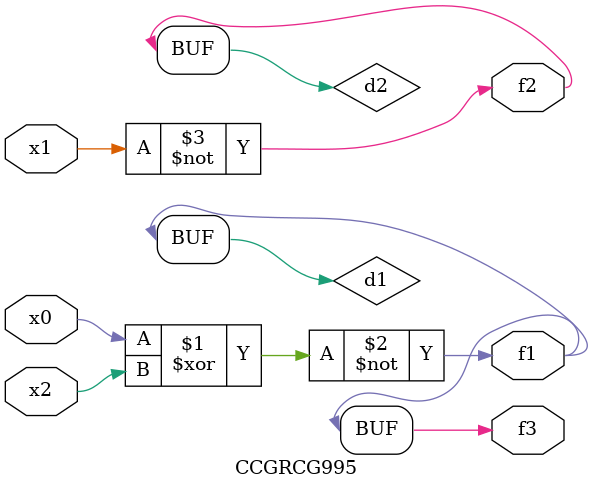
<source format=v>
module CCGRCG995(
	input x0, x1, x2,
	output f1, f2, f3
);

	wire d1, d2, d3;

	xnor (d1, x0, x2);
	nand (d2, x1);
	nor (d3, x1, x2);
	assign f1 = d1;
	assign f2 = d2;
	assign f3 = d1;
endmodule

</source>
